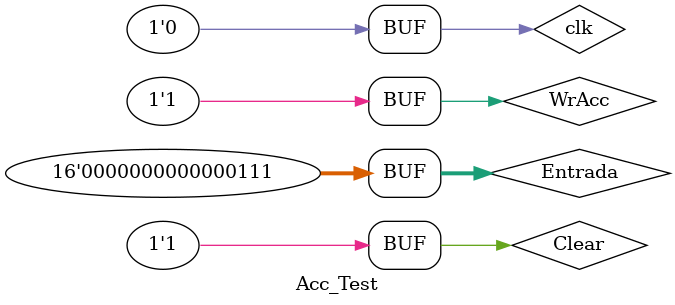
<source format=v>
`timescale 1ns / 1ps


module Acc_Test;

	// Inputs
	reg [15:0] Entrada;
	reg clk;
	reg WrAcc;
	reg Clear;

	// Outputs
	wire [15:0] Salida;

	// Instantiate the Unit Under Test (UUT)
	ACC uut (
		.Entrada(Entrada), 
		.clk(clk), 
		.WrAcc(WrAcc), 
		.Clear(Clear), 
		.Salida(Salida)
	);

	initial begin
		// Initialize Inputs
		Entrada = 0;
		clk = 0;
		WrAcc = 0;
		Clear = 1;

		// Wait 100 ns for global reset to finish
		#100;
        
		// Add stimulus here
		Clear = 0;
		WrAcc = 1;
		Entrada = 'b1100001100111111;
		
		clk = 1;
		#100;
		clk = 0;
		#100;
		
		Entrada = 'b0001001100100000;
		
		clk = 1;
		#100;
		clk = 0;
		#100;
		
		Entrada = 'b0001011100100110;
		
		clk = 1;
		#100;
		clk = 0;
		#100;
		
		Entrada = 'b0000000000000111;
		
		clk = 1;
		#100;
		clk = 0;
		#100;
		
		Clear = 1;
		
		clk = 1;
		#100;
		clk = 0;
		#100;
	end
     
endmodule


</source>
